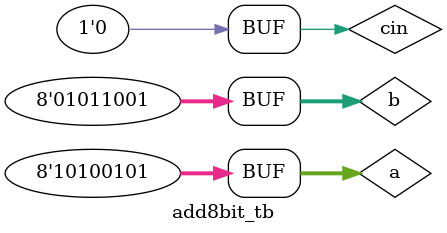
<source format=v>

module add8bit_tb();

reg [7:0] a,b;
reg cin;

wire [7:0] sum;
wire cout,overflow;


add8bit DUT(.a(a), .b(b), .cin(cin), .sum(sum), .cout(cout), .overflow(overflow));

initial begin
	a = 8'hA5;
	b = 8'h59;
	cin = 0;
	$strobe("sum = %h", sum);
	#5;
end

endmodule


</source>
